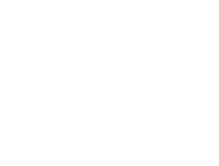
<source format=gbp>
G04*
G04 #@! TF.GenerationSoftware,Altium Limited,Altium Designer,24.5.2 (23)*
G04*
G04 Layer_Color=128*
%FSLAX44Y44*%
%MOMM*%
G71*
G04*
G04 #@! TF.SameCoordinates,9FA06DDC-EE1A-4C11-919B-283D28216CD9*
G04*
G04*
G04 #@! TF.FilePolarity,Positive*
G04*
G01*
G75*
%ADD69C,0.0856*%
D69*
X477520Y728980D02*
D03*
X427510Y750456D02*
D03*
X603250Y717550D02*
D03*
X508250Y757000D02*
D03*
X590550Y850900D02*
D03*
M02*

</source>
